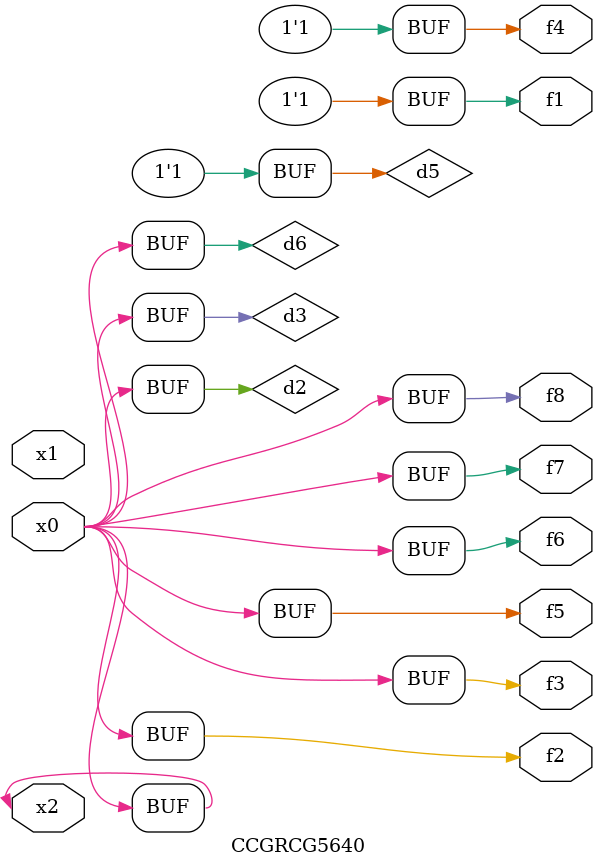
<source format=v>
module CCGRCG5640(
	input x0, x1, x2,
	output f1, f2, f3, f4, f5, f6, f7, f8
);

	wire d1, d2, d3, d4, d5, d6;

	xnor (d1, x2);
	buf (d2, x0, x2);
	and (d3, x0);
	xnor (d4, x1, x2);
	nand (d5, d1, d3);
	buf (d6, d2, d3);
	assign f1 = d5;
	assign f2 = d6;
	assign f3 = d6;
	assign f4 = d5;
	assign f5 = d6;
	assign f6 = d6;
	assign f7 = d6;
	assign f8 = d6;
endmodule

</source>
